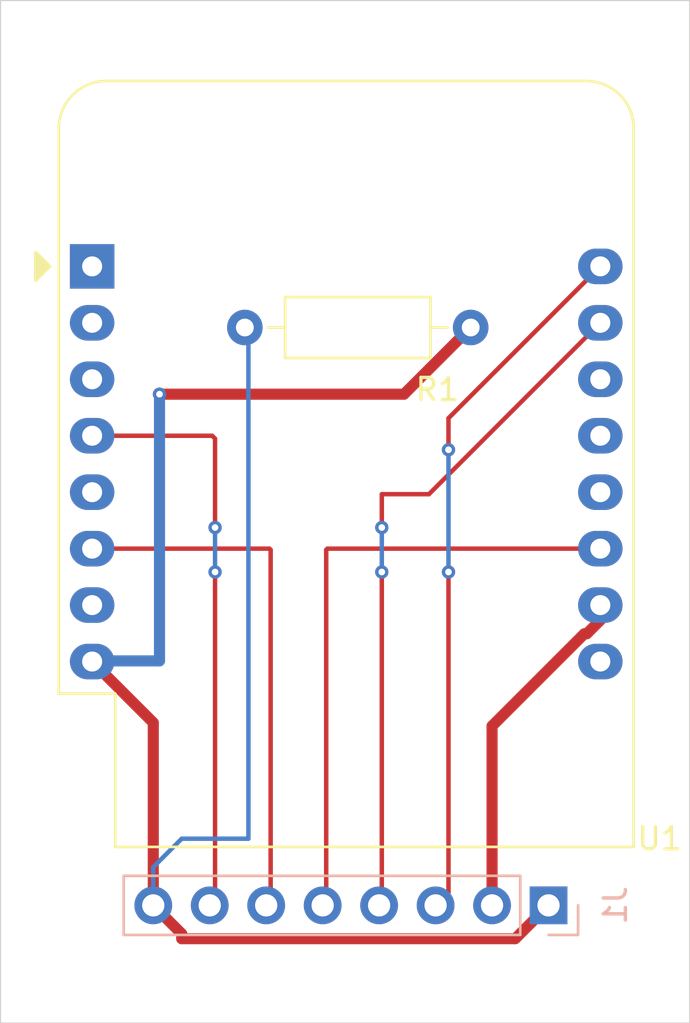
<source format=kicad_pcb>
(kicad_pcb (version 20241030) (generator "pcbnew") (generator_version "8.99")
  (layers (0 "F.Cu" signal) (2 "B.Cu" signal) (13 "F.Paste" user) (15 "B.Paste" user) (5 "F.SilkS" user "F.Silkscreen") (7 "B.SilkS" user "B.Silkscreen") (1 "F.Mask" user) (3 "B.Mask" user) (25 "Edge.Cuts" user))
  (net 0 "")
  (net 1 "SCK")
  (net 2 "GND")
  (net 3 "SDA")
  (net 4 "RESET")
  (net 5 "CS")
  (net 6 "+3.3V")
  (net 7 "A0")
  (net 17 "Net-(J1-Pin_8)")
  (footprint "Resistor_THT:R_Axial_DIN0207_L6.3mm_D2.5mm_P10.16mm_Horizontal" (layer "F.Cu") (at 154 86 180)
    (property "Reference" "R1" (at 1.5 -2.7895 180) (layer "F.SilkS"))
    (property "Value" "10Ω")
    (fp_line (start 9.12 0) (end 8.35 0) (stroke (width 0.12)) (layer "F.SilkS"))
    (fp_line (start 8.35 1.37) (end 8.35 -1.37) (stroke (width 0.12)) (layer "F.SilkS"))
    (fp_line (start 8.35 -1.37) (end 1.81 -1.37) (stroke (width 0.12)) (layer "F.SilkS"))
    (fp_line (start 1.81 1.37) (end 8.35 1.37) (stroke (width 0.12)) (layer "F.SilkS"))
    (fp_line (start 1.81 -1.37) (end 1.81 1.37) (stroke (width 0.12)) (layer "F.SilkS"))
    (fp_line (start 1.04 0) (end 1.81 0) (stroke (width 0.12)) (layer "F.SilkS"))
    (pad "1" thru_hole circle (at 0 0 180) (size 1.6 1.6) (drill 0.8) (layers "F&B.Cu" "*.Mask") (net 6 "+3.3V"))
    (pad "2" thru_hole oval (at 10.16 0 180) (size 1.6 1.6) (drill 0.8) (layers "F&B.Cu" "*.Mask") (net 17 "Net-(J1-Pin_8)"))
  )
  (footprint "RF_Module:WEMOS_D1_mini_light" (layer "F.Cu") (at 136.9705 83.2495)
    (property "Reference" "U1" (at 25.5295 25.7505 0) (layer "F.SilkS"))
    (property "Value" "WEMOS_C3_Mini")
    (fp_line (start -1.5 19.22) (end -1.5 -6.21) (stroke (width 0.12)) (layer "F.SilkS"))
    (fp_line (start -1.5 19.22) (end 1.04 19.22) (stroke (width 0.12)) (layer "F.SilkS"))
    (fp_line (start 1.04 19.22) (end 1.04 26.12) (stroke (width 0.12)) (layer "F.SilkS"))
    (fp_line (start 1.04 26.12) (end 24.36 26.12) (stroke (width 0.12)) (layer "F.SilkS"))
    (fp_line (start 22.24 -8.34) (end 0.63 -8.34) (stroke (width 0.12)) (layer "F.SilkS"))
    (fp_line (start 24.36 26.12) (end 24.36 -6.21) (stroke (width 0.12)) (layer "F.SilkS"))
    (fp_arc (start -1.5 -6.21) (mid -0.876137 -7.716137) (end 0.63 -8.34) (stroke (width 0.12)) (layer "F.SilkS"))
    (fp_arc (start 22.23 -8.34) (mid 23.736137 -7.716137) (end 24.36 -6.21) (stroke (width 0.12)) (layer "F.SilkS"))
    (fp_poly (pts (xy -2.54 -0.635) (xy -2.54 0.635) (xy -1.905 0)) (stroke (width 0.15)) (fill solid) (layer "F.SilkS"))
    (pad "1" thru_hole rect (at 0 0) (size 2 2) (drill 0.9) (layers "*.Cu" "*.Mask"))
    (pad "2" thru_hole oval (at 0 2.54) (size 2 1.6) (drill 0.9) (layers "*.Cu" "*.Mask"))
    (pad "3" thru_hole oval (at 0 5.08) (size 2 1.6) (drill 0.9) (layers "*.Cu" "*.Mask"))
    (pad "4" thru_hole oval (at 0 7.62) (size 2 1.6) (drill 0.9) (layers "*.Cu" "*.Mask") (net 1 "SCK"))
    (pad "5" thru_hole oval (at 0 10.16) (size 2 1.6) (drill 0.9) (layers "*.Cu" "*.Mask"))
    (pad "6" thru_hole oval (at 0 12.7) (size 2 1.6) (drill 0.9) (layers "*.Cu" "*.Mask") (net 3 "SDA"))
    (pad "7" thru_hole oval (at 0 15.24) (size 2 1.6) (drill 0.9) (layers "*.Cu" "*.Mask"))
    (pad "8" thru_hole oval (at 0 17.78) (size 2 1.6) (drill 0.9) (layers "*.Cu" "*.Mask") (net 6 "+3.3V"))
    (pad "9" thru_hole oval (at 22.86 17.78) (size 2 1.6) (drill 0.9) (layers "*.Cu" "*.Mask"))
    (pad "10" thru_hole oval (at 22.86 15.24) (size 2 1.6) (drill 0.9) (layers "*.Cu" "*.Mask") (net 2 "GND"))
    (pad "11" thru_hole oval (at 22.86 12.7) (size 2 1.6) (drill 0.9) (layers "*.Cu" "*.Mask") (net 7 "A0"))
    (pad "12" thru_hole oval (at 22.86 10.16) (size 2 1.6) (drill 0.9) (layers "*.Cu" "*.Mask"))
    (pad "13" thru_hole oval (at 22.86 7.62) (size 2 1.6) (drill 0.9) (layers "*.Cu" "*.Mask"))
    (pad "14" thru_hole oval (at 22.86 5.08) (size 2 1.6) (drill 0.9) (layers "*.Cu" "*.Mask"))
    (pad "15" thru_hole oval (at 22.86 2.54) (size 2 1.6) (drill 0.9) (layers "*.Cu" "*.Mask") (net 4 "RESET"))
    (pad "16" thru_hole oval (at 22.86 0) (size 2 1.6) (drill 0.9) (layers "*.Cu" "*.Mask") (net 5 "CS"))
  )
  (footprint "Connector_PinHeader_2.54mm:PinHeader_1x08_P2.54mm_Vertical" (layer "B.Cu") (at 157.5 112 90)
    (property "Reference" "J1" (at 0 3 90) (layer "B.SilkS") (effects (justify mirror)))
    (property "Value" "Conn_01x08_MountingPin")
    (fp_line (start -1.33 -19.11) (end 1.33 -19.11) (stroke (width 0.12)) (layer "B.SilkS"))
    (fp_line (start 1.33 -1.27) (end 1.33 -19.11) (stroke (width 0.12)) (layer "B.SilkS"))
    (fp_line (start -1.33 -1.27) (end -1.33 -19.11) (stroke (width 0.12)) (layer "B.SilkS"))
    (fp_line (start -1.33 -1.27) (end 1.33 -1.27) (stroke (width 0.12)) (layer "B.SilkS"))
    (fp_line (start -1.33 0) (end -1.33 1.33) (stroke (width 0.12)) (layer "B.SilkS"))
    (fp_line (start -1.33 1.33) (end 0 1.33) (stroke (width 0.12)) (layer "B.SilkS"))
    (pad "1" thru_hole rect (at 0 0 90) (size 1.7 1.7) (drill 1) (layers "F&B.Cu" "*.Mask") (net 6 "+3.3V"))
    (pad "2" thru_hole oval (at 0 -2.54 90) (size 1.7 1.7) (drill 1) (layers "F&B.Cu" "*.Mask") (net 2 "GND"))
    (pad "3" thru_hole oval (at 0 -5.08 90) (size 1.7 1.7) (drill 1) (layers "F&B.Cu" "*.Mask") (net 5 "CS"))
    (pad "4" thru_hole oval (at 0 -7.62 90) (size 1.7 1.7) (drill 1) (layers "F&B.Cu" "*.Mask") (net 4 "RESET"))
    (pad "5" thru_hole oval (at 0 -10.16 90) (size 1.7 1.7) (drill 1) (layers "F&B.Cu" "*.Mask") (net 7 "A0"))
    (pad "6" thru_hole oval (at 0 -12.7 90) (size 1.7 1.7) (drill 1) (layers "F&B.Cu" "*.Mask") (net 3 "SDA"))
    (pad "7" thru_hole oval (at 0 -15.24 90) (size 1.7 1.7) (drill 1) (layers "F&B.Cu" "*.Mask") (net 1 "SCK"))
    (pad "8" thru_hole oval (at 0 -17.78 90) (size 1.7 1.7) (drill 1) (layers "F&B.Cu" "*.Mask") (net 17 "Net-(J1-Pin_8)"))
  )
  (gr_rect (start 132.8505 71.2895) (end 163.8505 117.2895) (stroke (width 0.05)) (fill none) (layer "Edge.Cuts"))
  (segment (start 136.9705 90.8695) (end 142.3695 90.8695) (width 0.2) (layer "F.Cu") (net 1))
  (segment (start 142.5 97) (end 142.5 111.76) (width 0.2) (layer "F.Cu") (net 1))
  (segment (start 142.5 111.76) (end 142.26 112) (width 0.2) (layer "F.Cu") (net 1))
  (segment (start 142.5 91) (end 142.5 95) (width 0.2) (layer "F.Cu") (net 1))
  (segment (start 142.3695 90.8695) (end 142.5 91) (width 0.2) (layer "F.Cu") (net 1))
  (via (at 142.5 95) (size 0.6) (drill 0.3) (layers "F.Cu" "B.Cu") (net 1))
  (via (at 142.5 97) (size 0.6) (drill 0.3) (layers "F.Cu" "B.Cu") (net 1))
  (segment (start 142.5 95) (end 142.5 97) (width 0.2) (layer "B.Cu") (net 1))
  (segment (start 154.96 103.930819) (end 154.96 112) (width 0.5) (layer "F.Cu") (net 2))
  (segment (start 159.2215 99.7785) (end 159.112319 99.7785) (width 0.5) (layer "F.Cu") (net 2))
  (segment (start 159.8305 99.1695) (end 159.2215 99.7785) (width 0.5) (layer "F.Cu") (net 2))
  (segment (start 159.8305 98.4895) (end 159.8305 99.1695) (width 0.5) (layer "F.Cu") (net 2))
  (segment (start 159.112319 99.7785) (end 154.96 103.930819) (width 0.5) (layer "F.Cu") (net 2))
  (segment (start 145 96) (end 145 111.8) (width 0.2) (layer "F.Cu") (net 3))
  (segment (start 144.9495 95.9495) (end 145 96) (width 0.2) (layer "F.Cu") (net 3))
  (segment (start 145 111.8) (end 144.8 112) (width 0.2) (layer "F.Cu") (net 3))
  (segment (start 136.9705 95.9495) (end 144.9495 95.9495) (width 0.2) (layer "F.Cu") (net 3))
  (segment (start 152.12 93.5) (end 150 93.5) (width 0.2) (layer "F.Cu") (net 4))
  (segment (start 150 111.88) (end 149.88 112) (width 0.2) (layer "F.Cu") (net 4))
  (segment (start 150 93.5) (end 150 95) (width 0.2) (layer "F.Cu") (net 4))
  (segment (start 150 97) (end 150 111.88) (width 0.2) (layer "F.Cu") (net 4))
  (segment (start 159.8305 85.7895) (end 152.12 93.5) (width 0.2) (layer "F.Cu") (net 4))
  (via (at 150 97) (size 0.6) (drill 0.3) (layers "F.Cu" "B.Cu") (net 4))
  (via (at 150 95) (size 0.6) (drill 0.3) (layers "F.Cu" "B.Cu") (net 4))
  (segment (start 150 95) (end 150 97) (width 0.2) (layer "B.Cu") (net 4))
  (segment (start 153 97) (end 153 111.42) (width 0.2) (layer "F.Cu") (net 5))
  (segment (start 153 111.42) (end 152.42 112) (width 0.2) (layer "F.Cu") (net 5))
  (segment (start 153 90.08) (end 153 91.5) (width 0.2) (layer "F.Cu") (net 5))
  (segment (start 159.8305 83.2495) (end 153 90.08) (width 0.2) (layer "F.Cu") (net 5))
  (via (at 153 97) (size 0.6) (drill 0.3) (layers "F.Cu" "B.Cu") (net 5))
  (via (at 153 91.5) (size 0.6) (drill 0.3) (layers "F.Cu" "B.Cu") (net 5))
  (segment (start 153 91.5) (end 153 97) (width 0.2) (layer "B.Cu") (net 5))
  (segment (start 154 86) (end 151 89) (width 0.5) (layer "F.Cu") (net 6))
  (segment (start 139.72 112) (end 141 113.28) (width 0.5) (layer "F.Cu") (net 6))
  (segment (start 141 113.5) (end 156 113.5) (width 0.5) (layer "F.Cu") (net 6))
  (segment (start 136.9705 101.0295) (end 139.72 103.779) (width 0.5) (layer "F.Cu") (net 6))
  (segment (start 156 113.5) (end 157.5 112) (width 0.5) (layer "F.Cu") (net 6))
  (segment (start 141 113.28) (end 141 113.5) (width 0.5) (layer "F.Cu") (net 6))
  (segment (start 151 89) (end 140 89) (width 0.5) (layer "F.Cu") (net 6))
  (segment (start 139.72 103.779) (end 139.72 112) (width 0.5) (layer "F.Cu") (net 6))
  (via (at 140 89) (size 0.6) (drill 0.3) (layers "F.Cu" "B.Cu") (net 6))
  (segment (start 140 101) (end 137 101) (width 0.5) (layer "B.Cu") (net 6))
  (segment (start 140 89) (end 140 101) (width 0.5) (layer "B.Cu") (net 6))
  (segment (start 137 101) (end 136.9705 101.0295) (width 0.5) (layer "B.Cu") (net 6))
  (segment (start 147.5 111.84) (end 147.34 112) (width 0.2) (layer "F.Cu") (net 7))
  (segment (start 147.5 96) (end 147.5 111.84) (width 0.2) (layer "F.Cu") (net 7))
  (segment (start 147.5505 95.9495) (end 147.5 96) (width 0.2) (layer "F.Cu") (net 7))
  (segment (start 159.8305 95.9495) (end 147.5505 95.9495) (width 0.2) (layer "F.Cu") (net 7))
  (segment (start 141 109) (end 139.72 110.28) (width 0.2) (layer "B.Cu") (net 17))
  (segment (start 144 86.16) (end 144 109) (width 0.2) (layer "B.Cu") (net 17))
  (segment (start 144 109) (end 141 109) (width 0.2) (layer "B.Cu") (net 17))
  (segment (start 143.84 86) (end 144 86.16) (width 0.2) (layer "B.Cu") (net 17))
  (segment (start 139.72 110.28) (end 139.72 112) (width 0.2) (layer "B.Cu") (net 17))
)
</source>
